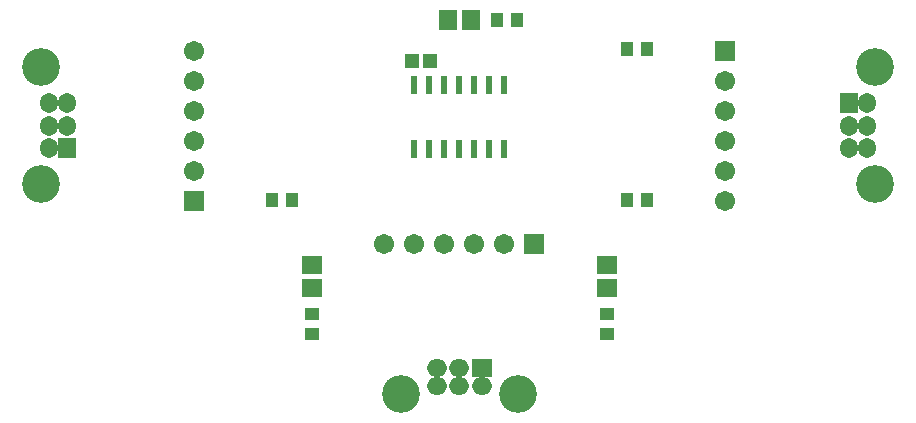
<source format=gts>
G04*
G04 #@! TF.GenerationSoftware,Altium Limited,Altium Designer,23.4.1 (23)*
G04*
G04 Layer_Color=8388736*
%FSLAX44Y44*%
%MOMM*%
G71*
G04*
G04 #@! TF.SameCoordinates,803C344B-8DD6-4E4C-9FAA-A71E5F9A745E*
G04*
G04*
G04 #@! TF.FilePolarity,Negative*
G04*
G01*
G75*
%ADD23R,0.6000X1.5500*%
%ADD24R,1.1032X1.2032*%
%ADD25R,1.5032X1.7032*%
%ADD26R,1.2032X1.2032*%
%ADD27R,1.7032X1.5032*%
%ADD28R,1.2032X1.1032*%
%ADD29C,1.7032*%
%ADD30R,1.7032X1.7032*%
%ADD31O,1.5032X1.7032*%
%ADD32C,3.2032*%
%ADD33O,1.7032X1.5032*%
%ADD34R,1.7032X1.7032*%
D23*
X361900Y260500D02*
D03*
X374600D02*
D03*
X387300D02*
D03*
X400000D02*
D03*
X412700D02*
D03*
X425400D02*
D03*
X438100D02*
D03*
Y314500D02*
D03*
X425400D02*
D03*
X412700D02*
D03*
X400000D02*
D03*
X387300D02*
D03*
X374600D02*
D03*
X361900D02*
D03*
D24*
X541500Y345000D02*
D03*
X558500D02*
D03*
X431500Y370000D02*
D03*
X448500D02*
D03*
X558500Y217500D02*
D03*
X541500D02*
D03*
X241500D02*
D03*
X258500D02*
D03*
D25*
X390500Y370000D02*
D03*
X409500D02*
D03*
X730000Y299000D02*
D03*
X67500Y261000D02*
D03*
D26*
X359500Y335000D02*
D03*
X375500D02*
D03*
D27*
X525000Y162000D02*
D03*
Y143000D02*
D03*
X275000Y162000D02*
D03*
Y143000D02*
D03*
X419000Y75000D02*
D03*
D28*
X525000Y121000D02*
D03*
Y104000D02*
D03*
X275000Y121000D02*
D03*
Y104000D02*
D03*
D29*
X625000Y292700D02*
D03*
Y267300D02*
D03*
Y241900D02*
D03*
Y318100D02*
D03*
Y216500D02*
D03*
X175000Y267300D02*
D03*
Y292700D02*
D03*
Y318100D02*
D03*
Y241900D02*
D03*
Y343500D02*
D03*
X412700Y180000D02*
D03*
X387300D02*
D03*
X361900D02*
D03*
X438100D02*
D03*
X336500D02*
D03*
D30*
X625000Y343500D02*
D03*
X175000Y216500D02*
D03*
D31*
X745000Y261000D02*
D03*
Y299000D02*
D03*
X730000Y261000D02*
D03*
X745000Y280000D02*
D03*
X730000D02*
D03*
X52500Y299000D02*
D03*
Y261000D02*
D03*
X67500Y299000D02*
D03*
X52500Y280000D02*
D03*
X67500D02*
D03*
D32*
X752000Y329500D02*
D03*
Y230500D02*
D03*
X45500Y230500D02*
D03*
Y329500D02*
D03*
X449500Y53000D02*
D03*
X350500D02*
D03*
D33*
X381000Y60000D02*
D03*
X419000D02*
D03*
X381000Y75000D02*
D03*
X400000Y60000D02*
D03*
Y75000D02*
D03*
D34*
X463500Y180000D02*
D03*
M02*

</source>
